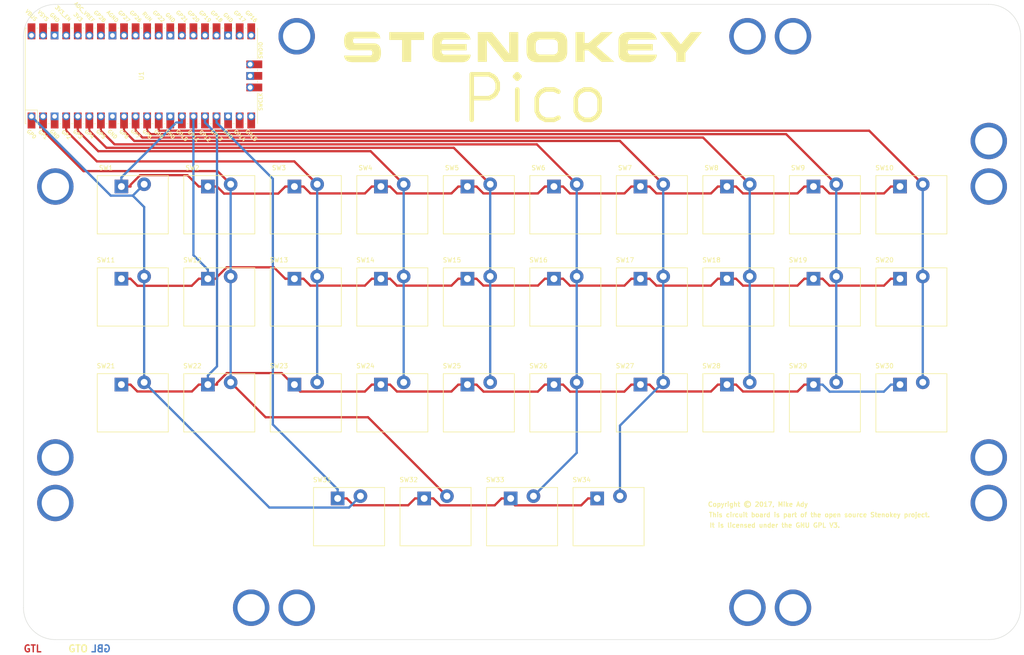
<source format=kicad_pcb>
(kicad_pcb (version 20171130) (host pcbnew 5.1.10-88a1d61d58~88~ubuntu20.04.1)
  (title_block (date 2017-09-18) (rev 1.0) (comment 1 "Copyright © 2017, Mike Ady") (comment 2 "The Stenokey circuit board is open source.  It is licensed under the GNU GPL V3.0.") (comment 3 "The Stenokey circuit board is based on the Stenoboard by Emanuele Caruso."))
  (layers (0 F.Cu signal) (31 B.Cu mixed) (35 F.Paste user) (37 F.SilkS user) (38 B.Mask user) (39 F.Mask user) (44 Edge.Cuts user))
  (net 0 "")
  (net 1 /COL0)
  (net 2 /COL1)
  (net 3 /COL2)
  (net 4 /COL3)
  (net 5 /COL4)
  (net 6 /COL5)
  (net 7 /COL6)
  (net 8 /COL7)
  (net 9 /COL8)
  (net 10 /COL9)
  (net 11 /ROW0)
  (net 12 /ROW1)
  (net 13 /ROW2)
  (net 14 /ROW3)
  (net 15 "Net-(Z2-Pad1)")
  (net 16 "Net-(Z3-Pad1)")
  (net 17 "Net-(Z4-Pad1)")
  (net 18 "Net-(Z5-Pad1)")
  (net 19 "Net-(Z6-Pad1)")
  (net 20 "Net-(Z7-Pad1)")
  (net 21 "Net-(Z8-Pad1)")
  (net 22 "Net-(Z9-Pad1)")
  (net 23 "Net-(Z10-Pad1)")
  (net 24 "Net-(Z11-Pad1)")
  (net 25 "Net-(Z12-Pad1)")
  (net 26 "Net-(Z13-Pad1)")
  (net 27 "Net-(Z14-Pad1)")
  (net 28 "Net-(Z15-Pad1)")
  (net 29 "Net-(U1-Pad3)")
  (net 30 "Net-(U1-Pad8)")
  (net 31 "Net-(U1-Pad13)")
  (net 32 "Net-(U1-Pad18)")
  (net 33 "Net-(U1-Pad19)")
  (net 34 "Net-(U1-Pad20)")
  (net 35 "Net-(U1-Pad21)")
  (net 36 "Net-(U1-Pad22)")
  (net 37 "Net-(U1-Pad23)")
  (net 38 "Net-(U1-Pad24)")
  (net 39 "Net-(U1-Pad25)")
  (net 40 "Net-(U1-Pad26)")
  (net 41 "Net-(U1-Pad27)")
  (net 42 "Net-(U1-Pad28)")
  (net 43 "Net-(U1-Pad29)")
  (net 44 "Net-(U1-Pad30)")
  (net 45 "Net-(U1-Pad31)")
  (net 46 "Net-(U1-Pad32)")
  (net 47 "Net-(U1-Pad33)")
  (net 48 "Net-(U1-Pad34)")
  (net 49 "Net-(U1-Pad35)")
  (net 50 "Net-(U1-Pad36)")
  (net 51 "Net-(U1-Pad37)")
  (net 52 "Net-(U1-Pad38)")
  (net 53 "Net-(U1-Pad39)")
  (net 54 "Net-(U1-Pad40)")
  (net 55 "Net-(U1-Pad41)")
  (net 56 "Net-(U1-Pad42)")
  (net 57 "Net-(U1-Pad43)")
  (module Stenokey:HOLE_600800 (layer F.Cu) (at 279 193)
    (fp_text reference Z9 hide)
    (fp_text value Hole hide)
    (pad 1 thru_hole circle (at 0 0) (size 8 8) (drill 6) (layers *.Cu *.Mask) (net 22 "Net-(Z9-Pad1)"))
  )
  (module Stenokey:SW_Matias_Quiet (layer F.Cu) (at 210 148)
    (fp_text reference SW25 (at -5.9 -8.1) (layer F.SilkS))
    (fp_text value KEY_R3C5)
    (pad 1 thru_hole rect (at -2.5 -4) (size 3 3) (drill 1.5) (layers *.Cu *.Mask) (net 13 /ROW2))
    (pad 2 thru_hole circle (at 2.5 -4.5) (size 3 3) (drill 1.5) (layers *.Cu *.Mask) (net 5 /COL4))
  )
  (module Stenokey:HOLE_600800 (layer F.Cu) (at 160 193)
    (fp_text reference Z12 hide)
    (fp_text value Hole hide)
    (pad 1 thru_hole circle (at 0 0) (size 8 8) (drill 6) (layers *.Cu *.Mask) (net 25 "Net-(Z12-Pad1)"))
  )
  (module Stenokey:SW_Matias_Quiet (layer F.Cu) (at 210 124.75)
    (fp_text reference SW15 (at -5.9 -8.1) (layer F.SilkS))
    (fp_text value KEY_R2C5)
    (pad 1 thru_hole rect (at -2.5 -4) (size 3 3) (drill 1.5) (layers *.Cu *.Mask) (net 12 /ROW1))
    (pad 2 thru_hole circle (at 2.5 -4.5) (size 3 3) (drill 1.5) (layers *.Cu *.Mask) (net 5 /COL4))
  )
  (module Stenokey:SW_Matias_Quiet (layer F.Cu) (at 134 104.5)
    (fp_text reference SW1 (at -5.9 -8.1) (layer F.SilkS))
    (fp_text value KEY_R1C1)
    (pad 1 thru_hole rect (at -2.5 -4) (size 3 3) (drill 1.5) (layers *.Cu *.Mask) (net 11 /ROW0))
    (pad 2 thru_hole circle (at 2.5 -4.5) (size 3 3) (drill 1.5) (layers *.Cu *.Mask) (net 1 /COL0))
  )
  (module MCU_RaspberryPi_and_Boards:RPi_Pico_SMD_TH (layer F.Cu) (at 135.89 76.2 90)
    (fp_text reference U1 (at 0 0 90) (layer F.SilkS))
    (fp_text value Pico)
    (fp_text user GP1 (at -12.9 -21.6 135) (layer F.SilkS) (effects (font (size 0.8 0.8))))
    (fp_text user GP2 (at -12.9 -16.51 135) (layer F.SilkS) (effects (font (size 0.8 0.8))))
    (fp_text user GP0 (at -12.8 -24.13 135) (layer F.SilkS) (effects (font (size 0.8 0.8))))
    (fp_text user GP3 (at -12.8 -13.97 135) (layer F.SilkS) (effects (font (size 0.8 0.8))))
    (fp_text user GP4 (at -12.8 -11.43 135) (layer F.SilkS) (effects (font (size 0.8 0.8))))
    (fp_text user GP5 (at -12.8 -8.89 135) (layer F.SilkS) (effects (font (size 0.8 0.8))))
    (fp_text user GP6 (at -12.8 -3.81 135) (layer F.SilkS) (effects (font (size 0.8 0.8))))
    (fp_text user GP7 (at -12.7 -1.3 135) (layer F.SilkS) (effects (font (size 0.8 0.8))))
    (fp_text user GP8 (at -12.8 1.27 135) (layer F.SilkS) (effects (font (size 0.8 0.8))))
    (fp_text user GP9 (at -12.8 3.81 135) (layer F.SilkS) (effects (font (size 0.8 0.8))))
    (fp_text user GP10 (at -13.054 8.89 135) (layer F.SilkS) (effects (font (size 0.8 0.8))))
    (fp_text user GP11 (at -13.2 11.43 135) (layer F.SilkS) (effects (font (size 0.8 0.8))))
    (fp_text user GP12 (at -13.2 13.97 135) (layer F.SilkS) (effects (font (size 0.8 0.8))))
    (fp_text user GP13 (at -13.054 16.51 135) (layer F.SilkS) (effects (font (size 0.8 0.8))))
    (fp_text user GP14 (at -13.1 21.59 135) (layer F.SilkS) (effects (font (size 0.8 0.8))))
    (fp_text user GP15 (at -13.054 24.13 135) (layer F.SilkS) (effects (font (size 0.8 0.8))))
    (fp_text user GP16 (at 13.054 24.13 135) (layer F.SilkS) (effects (font (size 0.8 0.8))))
    (fp_text user GP17 (at 13.054 21.59 135) (layer F.SilkS) (effects (font (size 0.8 0.8))))
    (fp_text user GP18 (at 13.054 16.51 135) (layer F.SilkS) (effects (font (size 0.8 0.8))))
    (fp_text user GP19 (at 13.054 13.97 135) (layer F.SilkS) (effects (font (size 0.8 0.8))))
    (fp_text user GP20 (at 13.054 11.43 135) (layer F.SilkS) (effects (font (size 0.8 0.8))))
    (fp_text user GP21 (at 13.054 8.9 135) (layer F.SilkS) (effects (font (size 0.8 0.8))))
    (fp_text user GP22 (at 13.054 3.81 135) (layer F.SilkS) (effects (font (size 0.8 0.8))))
    (fp_text user RUN (at 13 1.27 135) (layer F.SilkS) (effects (font (size 0.8 0.8))))
    (fp_text user GP26 (at 13.054 -1.27 135) (layer F.SilkS) (effects (font (size 0.8 0.8))))
    (fp_text user GP27 (at 13.054 -3.8 135) (layer F.SilkS) (effects (font (size 0.8 0.8))))
    (fp_text user GP28 (at 13.054 -9.144 135) (layer F.SilkS) (effects (font (size 0.8 0.8))))
    (fp_text user ADC_VREF (at 14 -12.5 135) (layer F.SilkS) (effects (font (size 0.8 0.8))))
    (fp_text user 3V3 (at 12.9 -13.9 135) (layer F.SilkS) (effects (font (size 0.8 0.8))))
    (fp_text user 3V3_EN (at 13.7 -17.2 135) (layer F.SilkS) (effects (font (size 0.8 0.8))))
    (fp_text user VSYS (at 13.2 -21.59 135) (layer F.SilkS) (effects (font (size 0.8 0.8))))
    (fp_text user VBUS (at 13.3 -24.2 135) (layer F.SilkS) (effects (font (size 0.8 0.8))))
    (fp_text user GND (at -12.8 -19.05 135) (layer F.SilkS) (effects (font (size 0.8 0.8))))
    (fp_text user GND (at -12.8 -6.35 135) (layer F.SilkS) (effects (font (size 0.8 0.8))))
    (fp_text user GND (at -12.8 6.35 135) (layer F.SilkS) (effects (font (size 0.8 0.8))))
    (fp_text user GND (at -12.8 19.05 135) (layer F.SilkS) (effects (font (size 0.8 0.8))))
    (fp_text user GND (at 12.8 19.05 135) (layer F.SilkS) (effects (font (size 0.8 0.8))))
    (fp_text user GND (at 12.8 6.35 135) (layer F.SilkS) (effects (font (size 0.8 0.8))))
    (fp_text user GND (at 12.8 -19.05 135) (layer F.SilkS) (effects (font (size 0.8 0.8))))
    (fp_text user AGND (at 13.054 -6.35 135) (layer F.SilkS) (effects (font (size 0.8 0.8))))
    (fp_text user SWCLK (at -5.7 26.2 90) (layer F.SilkS) (effects (font (size 0.8 0.8))))
    (fp_text user SWDIO (at 5.6 26.2 90) (layer F.SilkS) (effects (font (size 0.8 0.8))))
    (pad 1 thru_hole oval (at -8.89 -24.13 90) (size 1.7 1.7) (drill 1.02) (layers *.Cu *.Mask) (net 1 /COL0))
    (pad 2 thru_hole oval (at -8.89 -21.59 90) (size 1.7 1.7) (drill 1.02) (layers *.Cu *.Mask) (net 2 /COL1))
    (pad 3 thru_hole rect (at -8.89 -19.05 90) (size 1.7 1.7) (drill 1.02) (layers *.Cu *.Mask) (net 29 "Net-(U1-Pad3)"))
    (pad 4 thru_hole oval (at -8.89 -16.51 90) (size 1.7 1.7) (drill 1.02) (layers *.Cu *.Mask) (net 3 /COL2))
    (pad 5 thru_hole oval (at -8.89 -13.97 90) (size 1.7 1.7) (drill 1.02) (layers *.Cu *.Mask) (net 4 /COL3))
    (pad 6 thru_hole oval (at -8.89 -11.43 90) (size 1.7 1.7) (drill 1.02) (layers *.Cu *.Mask) (net 5 /COL4))
    (pad 7 thru_hole oval (at -8.89 -8.89 90) (size 1.7 1.7) (drill 1.02) (layers *.Cu *.Mask) (net 6 /COL5))
    (pad 8 thru_hole rect (at -8.89 -6.35 90) (size 1.7 1.7) (drill 1.02) (layers *.Cu *.Mask) (net 30 "Net-(U1-Pad8)"))
    (pad 9 thru_hole oval (at -8.89 -3.81 90) (size 1.7 1.7) (drill 1.02) (layers *.Cu *.Mask) (net 7 /COL6))
    (pad 10 thru_hole oval (at -8.89 -1.27 90) (size 1.7 1.7) (drill 1.02) (layers *.Cu *.Mask) (net 8 /COL7))
    (pad 11 thru_hole oval (at -8.89 1.27 90) (size 1.7 1.7) (drill 1.02) (layers *.Cu *.Mask) (net 9 /COL8))
    (pad 12 thru_hole oval (at -8.89 3.81 90) (size 1.7 1.7) (drill 1.02) (layers *.Cu *.Mask) (net 10 /COL9))
    (pad 13 thru_hole rect (at -8.89 6.35 90) (size 1.7 1.7) (drill 1.02) (layers *.Cu *.Mask) (net 31 "Net-(U1-Pad13)"))
    (pad 14 thru_hole oval (at -8.89 8.89 90) (size 1.7 1.7) (drill 1.02) (layers *.Cu *.Mask) (net 11 /ROW0))
    (pad 15 thru_hole oval (at -8.89 11.43 90) (size 1.7 1.7) (drill 1.02) (layers *.Cu *.Mask) (net 12 /ROW1))
    (pad 16 thru_hole oval (at -8.89 13.97 90) (size 1.7 1.7) (drill 1.02) (layers *.Cu *.Mask) (net 13 /ROW2))
    (pad 17 thru_hole oval (at -8.89 16.51 90) (size 1.7 1.7) (drill 1.02) (layers *.Cu *.Mask) (net 14 /ROW3))
    (pad 18 thru_hole rect (at -8.89 19.05 90) (size 1.7 1.7) (drill 1.02) (layers *.Cu *.Mask) (net 32 "Net-(U1-Pad18)"))
    (pad 19 thru_hole oval (at -8.89 21.59 90) (size 1.7 1.7) (drill 1.02) (layers *.Cu *.Mask) (net 33 "Net-(U1-Pad19)"))
    (pad 20 thru_hole oval (at -8.89 24.13 90) (size 1.7 1.7) (drill 1.02) (layers *.Cu *.Mask) (net 34 "Net-(U1-Pad20)"))
    (pad 21 thru_hole oval (at 8.89 24.13 90) (size 1.7 1.7) (drill 1.02) (layers *.Cu *.Mask) (net 35 "Net-(U1-Pad21)"))
    (pad 22 thru_hole oval (at 8.89 21.59 90) (size 1.7 1.7) (drill 1.02) (layers *.Cu *.Mask) (net 36 "Net-(U1-Pad22)"))
    (pad 23 thru_hole rect (at 8.89 19.05 90) (size 1.7 1.7) (drill 1.02) (layers *.Cu *.Mask) (net 37 "Net-(U1-Pad23)"))
    (pad 24 thru_hole oval (at 8.89 16.51 90) (size 1.7 1.7) (drill 1.02) (layers *.Cu *.Mask) (net 38 "Net-(U1-Pad24)"))
    (pad 25 thru_hole oval (at 8.89 13.97 90) (size 1.7 1.7) (drill 1.02) (layers *.Cu *.Mask) (net 39 "Net-(U1-Pad25)"))
    (pad 26 thru_hole oval (at 8.89 11.43 90) (size 1.7 1.7) (drill 1.02) (layers *.Cu *.Mask) (net 40 "Net-(U1-Pad26)"))
    (pad 27 thru_hole oval (at 8.89 8.89 90) (size 1.7 1.7) (drill 1.02) (layers *.Cu *.Mask) (net 41 "Net-(U1-Pad27)"))
    (pad 28 thru_hole rect (at 8.89 6.35 90) (size 1.7 1.7) (drill 1.02) (layers *.Cu *.Mask) (net 42 "Net-(U1-Pad28)"))
    (pad 29 thru_hole oval (at 8.89 3.81 90) (size 1.7 1.7) (drill 1.02) (layers *.Cu *.Mask) (net 43 "Net-(U1-Pad29)"))
    (pad 30 thru_hole oval (at 8.89 1.27 90) (size 1.7 1.7) (drill 1.02) (layers *.Cu *.Mask) (net 44 "Net-(U1-Pad30)"))
    (pad 31 thru_hole oval (at 8.89 -1.27 90) (size 1.7 1.7) (drill 1.02) (layers *.Cu *.Mask) (net 45 "Net-(U1-Pad31)"))
    (pad 32 thru_hole oval (at 8.89 -3.81 90) (size 1.7 1.7) (drill 1.02) (layers *.Cu *.Mask) (net 46 "Net-(U1-Pad32)"))
    (pad 33 thru_hole rect (at 8.89 -6.35 90) (size 1.7 1.7) (drill 1.02) (layers *.Cu *.Mask) (net 47 "Net-(U1-Pad33)"))
    (pad 34 thru_hole oval (at 8.89 -8.89 90) (size 1.7 1.7) (drill 1.02) (layers *.Cu *.Mask) (net 48 "Net-(U1-Pad34)"))
    (pad 35 thru_hole oval (at 8.89 -11.43 90) (size 1.7 1.7) (drill 1.02) (layers *.Cu *.Mask) (net 49 "Net-(U1-Pad35)"))
    (pad 36 thru_hole oval (at 8.89 -13.97 90) (size 1.7 1.7) (drill 1.02) (layers *.Cu *.Mask) (net 50 "Net-(U1-Pad36)"))
    (pad 37 thru_hole oval (at 8.89 -16.51 90) (size 1.7 1.7) (drill 1.02) (layers *.Cu *.Mask) (net 51 "Net-(U1-Pad37)"))
    (pad 38 thru_hole rect (at 8.89 -19.05 90) (size 1.7 1.7) (drill 1.02) (layers *.Cu *.Mask) (net 52 "Net-(U1-Pad38)"))
    (pad 39 thru_hole oval (at 8.89 -21.59 90) (size 1.7 1.7) (drill 1.02) (layers *.Cu *.Mask) (net 53 "Net-(U1-Pad39)"))
    (pad 40 thru_hole oval (at 8.89 -24.13 90) (size 1.7 1.7) (drill 1.02) (layers *.Cu *.Mask) (net 54 "Net-(U1-Pad40)"))
    (pad 1 smd rect (at -8.89 -24.13 90) (size 3.5 1.7) (drill (offset -0.9 0)) (layers F.Cu F.Mask) (net 1 /COL0))
    (pad 2 smd rect (at -8.89 -21.59 90) (size 3.5 1.7) (drill (offset -0.9 0)) (layers F.Cu F.Mask) (net 2 /COL1))
    (pad 3 smd rect (at -8.89 -19.05 90) (size 3.5 1.7) (drill (offset -0.9 0)) (layers F.Cu F.Mask) (net 29 "Net-(U1-Pad3)"))
    (pad 4 smd rect (at -8.89 -16.51 90) (size 3.5 1.7) (drill (offset -0.9 0)) (layers F.Cu F.Mask) (net 3 /COL2))
    (pad 5 smd rect (at -8.89 -13.97 90) (size 3.5 1.7) (drill (offset -0.9 0)) (layers F.Cu F.Mask) (net 4 /COL3))
    (pad 6 smd rect (at -8.89 -11.43 90) (size 3.5 1.7) (drill (offset -0.9 0)) (layers F.Cu F.Mask) (net 5 /COL4))
    (pad 7 smd rect (at -8.89 -8.89 90) (size 3.5 1.7) (drill (offset -0.9 0)) (layers F.Cu F.Mask) (net 6 /COL5))
    (pad 8 smd rect (at -8.89 -6.35 90) (size 3.5 1.7) (drill (offset -0.9 0)) (layers F.Cu F.Mask) (net 30 "Net-(U1-Pad8)"))
    (pad 9 smd rect (at -8.89 -3.81 90) (size 3.5 1.7) (drill (offset -0.9 0)) (layers F.Cu F.Mask) (net 7 /COL6))
    (pad 10 smd rect (at -8.89 -1.27 90) (size 3.5 1.7) (drill (offset -0.9 0)) (layers F.Cu F.Mask) (net 8 /COL7))
    (pad 11 smd rect (at -8.89 1.27 90) (size 3.5 1.7) (drill (offset -0.9 0)) (layers F.Cu F.Mask) (net 9 /COL8))
    (pad 12 smd rect (at -8.89 3.81 90) (size 3.5 1.7) (drill (offset -0.9 0)) (layers F.Cu F.Mask) (net 10 /COL9))
    (pad 13 smd rect (at -8.89 6.35 90) (size 3.5 1.7) (drill (offset -0.9 0)) (layers F.Cu F.Mask) (net 31 "Net-(U1-Pad13)"))
    (pad 14 smd rect (at -8.89 8.89 90) (size 3.5 1.7) (drill (offset -0.9 0)) (layers F.Cu F.Mask) (net 11 /ROW0))
    (pad 15 smd rect (at -8.89 11.43 90) (size 3.5 1.7) (drill (offset -0.9 0)) (layers F.Cu F.Mask) (net 12 /ROW1))
    (pad 16 smd rect (at -8.89 13.97 90) (size 3.5 1.7) (drill (offset -0.9 0)) (layers F.Cu F.Mask) (net 13 /ROW2))
    (pad 17 smd rect (at -8.89 16.51 90) (size 3.5 1.7) (drill (offset -0.9 0)) (layers F.Cu F.Mask) (net 14 /ROW3))
    (pad 18 smd rect (at -8.89 19.05 90) (size 3.5 1.7) (drill (offset -0.9 0)) (layers F.Cu F.Mask) (net 32 "Net-(U1-Pad18)"))
    (pad 19 smd rect (at -8.89 21.59 90) (size 3.5 1.7) (drill (offset -0.9 0)) (layers F.Cu F.Mask) (net 33 "Net-(U1-Pad19)"))
    (pad 20 smd rect (at -8.89 24.13 90) (size 3.5 1.7) (drill (offset -0.9 0)) (layers F.Cu F.Mask) (net 34 "Net-(U1-Pad20)"))
    (pad 40 smd rect (at 8.89 -24.13 90) (size 3.5 1.7) (drill (offset 0.9 0)) (layers F.Cu F.Mask) (net 54 "Net-(U1-Pad40)"))
    (pad 39 smd rect (at 8.89 -21.59 90) (size 3.5 1.7) (drill (offset 0.9 0)) (layers F.Cu F.Mask) (net 53 "Net-(U1-Pad39)"))
    (pad 38 smd rect (at 8.89 -19.05 90) (size 3.5 1.7) (drill (offset 0.9 0)) (layers F.Cu F.Mask) (net 52 "Net-(U1-Pad38)"))
    (pad 37 smd rect (at 8.89 -16.51 90) (size 3.5 1.7) (drill (offset 0.9 0)) (layers F.Cu F.Mask) (net 51 "Net-(U1-Pad37)"))
    (pad 36 smd rect (at 8.89 -13.97 90) (size 3.5 1.7) (drill (offset 0.9 0)) (layers F.Cu F.Mask) (net 50 "Net-(U1-Pad36)"))
    (pad 35 smd rect (at 8.89 -11.43 90) (size 3.5 1.7) (drill (offset 0.9 0)) (layers F.Cu F.Mask) (net 49 "Net-(U1-Pad35)"))
    (pad 34 smd rect (at 8.89 -8.89 90) (size 3.5 1.7) (drill (offset 0.9 0)) (layers F.Cu F.Mask) (net 48 "Net-(U1-Pad34)"))
    (pad 33 smd rect (at 8.89 -6.35 90) (size 3.5 1.7) (drill (offset 0.9 0)) (layers F.Cu F.Mask) (net 47 "Net-(U1-Pad33)"))
    (pad 32 smd rect (at 8.89 -3.81 90) (size 3.5 1.7) (drill (offset 0.9 0)) (layers F.Cu F.Mask) (net 46 "Net-(U1-Pad32)"))
    (pad 31 smd rect (at 8.89 -1.27 90) (size 3.5 1.7) (drill (offset 0.9 0)) (layers F.Cu F.Mask) (net 45 "Net-(U1-Pad31)"))
    (pad 30 smd rect (at 8.89 1.27 90) (size 3.5 1.7) (drill (offset 0.9 0)) (layers F.Cu F.Mask) (net 44 "Net-(U1-Pad30)"))
    (pad 29 smd rect (at 8.89 3.81 90) (size 3.5 1.7) (drill (offset 0.9 0)) (layers F.Cu F.Mask) (net 43 "Net-(U1-Pad29)"))
    (pad 28 smd rect (at 8.89 6.35 90) (size 3.5 1.7) (drill (offset 0.9 0)) (layers F.Cu F.Mask) (net 42 "Net-(U1-Pad28)"))
    (pad 27 smd rect (at 8.89 8.89 90) (size 3.5 1.7) (drill (offset 0.9 0)) (layers F.Cu F.Mask) (net 41 "Net-(U1-Pad27)"))
    (pad 26 smd rect (at 8.89 11.43 90) (size 3.5 1.7) (drill (offset 0.9 0)) (layers F.Cu F.Mask) (net 40 "Net-(U1-Pad26)"))
    (pad 25 smd rect (at 8.89 13.97 90) (size 3.5 1.7) (drill (offset 0.9 0)) (layers F.Cu F.Mask) (net 39 "Net-(U1-Pad25)"))
    (pad 24 smd rect (at 8.89 16.51 90) (size 3.5 1.7) (drill (offset 0.9 0)) (layers F.Cu F.Mask) (net 38 "Net-(U1-Pad24)"))
    (pad 23 smd rect (at 8.89 19.05 90) (size 3.5 1.7) (drill (offset 0.9 0)) (layers F.Cu F.Mask) (net 37 "Net-(U1-Pad23)"))
    (pad 22 smd rect (at 8.89 21.59 90) (size 3.5 1.7) (drill (offset 0.9 0)) (layers F.Cu F.Mask) (net 36 "Net-(U1-Pad22)"))
    (pad 21 smd rect (at 8.89 24.13 90) (size 3.5 1.7) (drill (offset 0.9 0)) (layers F.Cu F.Mask) (net 35 "Net-(U1-Pad21)"))
    (pad "" np_thru_hole oval (at -2.725 -24 90) (size 1.8 1.8) (drill 1.8) (layers *.Cu *.Mask))
    (pad "" np_thru_hole oval (at 2.725 -24 90) (size 1.8 1.8) (drill 1.8) (layers *.Cu *.Mask))
    (pad "" np_thru_hole oval (at -2.425 -20.97 90) (size 1.5 1.5) (drill 1.5) (layers *.Cu *.Mask))
    (pad "" np_thru_hole oval (at 2.425 -20.97 90) (size 1.5 1.5) (drill 1.5) (layers *.Cu *.Mask))
    (pad 41 smd rect (at -2.54 23.9 180) (size 3.5 1.7) (drill (offset -0.9 0)) (layers F.Cu F.Mask) (net 55 "Net-(U1-Pad41)"))
    (pad 41 thru_hole oval (at -2.54 23.9 90) (size 1.7 1.7) (drill 1.02) (layers *.Cu *.Mask) (net 55 "Net-(U1-Pad41)"))
    (pad 42 smd rect (at 0 23.9 180) (size 3.5 1.7) (drill (offset -0.9 0)) (layers F.Cu F.Mask) (net 56 "Net-(U1-Pad42)"))
    (pad 42 thru_hole rect (at 0 23.9 90) (size 1.7 1.7) (drill 1.02) (layers *.Cu *.Mask) (net 56 "Net-(U1-Pad42)"))
    (pad 43 smd rect (at 2.54 23.9 180) (size 3.5 1.7) (drill (offset -0.9 0)) (layers F.Cu F.Mask) (net 57 "Net-(U1-Pad43)"))
    (pad 43 thru_hole oval (at 2.54 23.9 90) (size 1.7 1.7) (drill 1.02) (layers *.Cu *.Mask) (net 57 "Net-(U1-Pad43)"))
  )
  (module Stenokey:HOLE_600800 (layer F.Cu) (at 117 160)
    (fp_text reference Z14 hide)
    (fp_text value Hole hide)
    (pad 1 thru_hole circle (at 0 0) (size 8 8) (drill 6) (layers *.Cu *.Mask) (net 27 "Net-(Z14-Pad1)"))
  )
  (module Stenokey:HOLE_600800 (layer F.Cu) (at 170 193)
    (fp_text reference Z11 hide)
    (fp_text value Hole hide)
    (pad 1 thru_hole circle (at 0 0) (size 8 8) (drill 6) (layers *.Cu *.Mask) (net 24 "Net-(Z11-Pad1)"))
  )
  (module Stenokey:HOLE_600800 (layer F.Cu) (at 269 193)
    (fp_text reference Z10 hide)
    (fp_text value Hole hide)
    (pad 1 thru_hole circle (at 0 0) (size 8 8) (drill 6) (layers *.Cu *.Mask) (net 23 "Net-(Z10-Pad1)"))
  )
  (module Stenokey:SW_Matias_Quiet (layer F.Cu) (at 229 148)
    (fp_text reference SW26 (at -5.9 -8.1) (layer F.SilkS))
    (fp_text value KEY_R3C6)
    (pad 1 thru_hole rect (at -2.5 -4) (size 3 3) (drill 1.5) (layers *.Cu *.Mask) (net 13 /ROW2))
    (pad 2 thru_hole circle (at 2.5 -4.5) (size 3 3) (drill 1.5) (layers *.Cu *.Mask) (net 6 /COL5))
  )
  (module Stenokey:SW_Matias_Quiet (layer F.Cu) (at 229 124.75)
    (fp_text reference SW16 (at -5.9 -8.1) (layer F.SilkS))
    (fp_text value KEY_R2C6)
    (pad 1 thru_hole rect (at -2.5 -4) (size 3 3) (drill 1.5) (layers *.Cu *.Mask) (net 12 /ROW1))
    (pad 2 thru_hole circle (at 2.5 -4.5) (size 3 3) (drill 1.5) (layers *.Cu *.Mask) (net 6 /COL5))
  )
  (module Stenokey:HOLE_600800 (layer F.Cu) (at 170 67.5)
    (fp_text reference Z2 hide)
    (fp_text value Hole hide)
    (pad 1 thru_hole circle (at 0 0) (size 8 8) (drill 6) (layers *.Cu *.Mask) (net 15 "Net-(Z2-Pad1)"))
  )
  (module Stenokey:SW_Matias_Quiet (layer F.Cu) (at 153 124.75)
    (fp_text reference SW12 (at -5.9 -8.1) (layer F.SilkS))
    (fp_text value KEY_R2C2)
    (pad 1 thru_hole rect (at -2.5 -4) (size 3 3) (drill 1.5) (layers *.Cu *.Mask) (net 12 /ROW1))
    (pad 2 thru_hole circle (at 2.5 -4.5) (size 3 3) (drill 1.5) (layers *.Cu *.Mask) (net 2 /COL1))
  )
  (module Stenokey:SW_Matias_Quiet (layer F.Cu) (at 267 148)
    (fp_text reference SW28 (at -5.9 -8.1) (layer F.SilkS))
    (fp_text value KEY_R3C8)
    (pad 1 thru_hole rect (at -2.5 -4) (size 3 3) (drill 1.5) (layers *.Cu *.Mask) (net 13 /ROW2))
    (pad 2 thru_hole circle (at 2.5 -4.5) (size 3 3) (drill 1.5) (layers *.Cu *.Mask) (net 8 /COL7))
  )
  (module Stenokey:SW_Matias_Quiet (layer F.Cu) (at 248 148)
    (fp_text reference SW27 (at -5.9 -8.1) (layer F.SilkS))
    (fp_text value KEY_R3C7)
    (pad 1 thru_hole rect (at -2.5 -4) (size 3 3) (drill 1.5) (layers *.Cu *.Mask) (net 13 /ROW2))
    (pad 2 thru_hole circle (at 2.5 -4.5) (size 3 3) (drill 1.5) (layers *.Cu *.Mask) (net 7 /COL6))
  )
  (module Stenokey:SW_Matias_Quiet (layer F.Cu) (at 229 104.5)
    (fp_text reference SW6 (at -5.9 -8.1) (layer F.SilkS))
    (fp_text value KEY_R1C6)
    (pad 1 thru_hole rect (at -2.5 -4) (size 3 3) (drill 1.5) (layers *.Cu *.Mask) (net 11 /ROW0))
    (pad 2 thru_hole circle (at 2.5 -4.5) (size 3 3) (drill 1.5) (layers *.Cu *.Mask) (net 6 /COL5))
  )
  (module Stenokey:SW_Matias_Quiet (layer F.Cu) (at 286 104.5)
    (fp_text reference SW9 (at -5.9 -8.1) (layer F.SilkS))
    (fp_text value KEY_R1C9)
    (pad 1 thru_hole rect (at -2.5 -4) (size 3 3) (drill 1.5) (layers *.Cu *.Mask) (net 11 /ROW0))
    (pad 2 thru_hole circle (at 2.5 -4.5) (size 3 3) (drill 1.5) (layers *.Cu *.Mask) (net 9 /COL8))
  )
  (module Stenokey:SW_Matias_Quiet (layer F.Cu) (at 210 104.5)
    (fp_text reference SW5 (at -5.9 -8.1) (layer F.SilkS))
    (fp_text value KEY_R1C5)
    (pad 1 thru_hole rect (at -2.5 -4) (size 3 3) (drill 1.5) (layers *.Cu *.Mask) (net 11 /ROW0))
    (pad 2 thru_hole circle (at 2.5 -4.5) (size 3 3) (drill 1.5) (layers *.Cu *.Mask) (net 5 /COL4))
  )
  (module Stenokey:SW_Matias_Quiet (layer F.Cu) (at 172 148)
    (fp_text reference SW23 (at -5.9 -8.1) (layer F.SilkS))
    (fp_text value KEY_R3C3)
    (pad 1 thru_hole rect (at -2.5 -4) (size 3 3) (drill 1.5) (layers *.Cu *.Mask) (net 13 /ROW2))
    (pad 2 thru_hole circle (at 2.5 -4.5) (size 3 3) (drill 1.5) (layers *.Cu *.Mask) (net 3 /COL2))
  )
  (module Stenokey:SW_Matias_Quiet (layer F.Cu) (at 286 124.75)
    (fp_text reference SW19 (at -5.9 -8.1) (layer F.SilkS))
    (fp_text value KEY_R2C9)
    (pad 1 thru_hole rect (at -2.5 -4) (size 3 3) (drill 1.5) (layers *.Cu *.Mask) (net 12 /ROW1))
    (pad 2 thru_hole circle (at 2.5 -4.5) (size 3 3) (drill 1.5) (layers *.Cu *.Mask) (net 9 /COL8))
  )
  (module Stenokey:SW_Matias_Quiet (layer F.Cu) (at 181.5 173)
    (fp_text reference SW31 (at -5.9 -8.1) (layer F.SilkS))
    (fp_text value KEY_R4C1)
    (pad 1 thru_hole rect (at -2.5 -4) (size 3 3) (drill 1.5) (layers *.Cu *.Mask) (net 14 /ROW3))
    (pad 2 thru_hole circle (at 2.5 -4.5) (size 3 3) (drill 1.5) (layers *.Cu *.Mask) (net 1 /COL0))
  )
  (module Stenokey:HOLE_600800 (layer F.Cu) (at 269 67.5)
    (fp_text reference Z3 hide)
    (fp_text value Hole hide)
    (pad 1 thru_hole circle (at 0 0) (size 8 8) (drill 6) (layers *.Cu *.Mask) (net 16 "Net-(Z3-Pad1)"))
  )
  (module Stenokey:SW_Matias_Quiet (layer F.Cu) (at 305 148)
    (fp_text reference SW30 (at -5.9 -8.1) (layer F.SilkS))
    (fp_text value KEY_R3C10)
    (pad 1 thru_hole rect (at -2.5 -4) (size 3 3) (drill 1.5) (layers *.Cu *.Mask) (net 13 /ROW2))
    (pad 2 thru_hole circle (at 2.5 -4.5) (size 3 3) (drill 1.5) (layers *.Cu *.Mask) (net 10 /COL9))
  )
  (module Stenokey:SW_Matias_Quiet (layer F.Cu) (at 267 124.75)
    (fp_text reference SW18 (at -5.9 -8.1) (layer F.SilkS))
    (fp_text value KEY_R2C8)
    (pad 1 thru_hole rect (at -2.5 -4) (size 3 3) (drill 1.5) (layers *.Cu *.Mask) (net 12 /ROW1))
    (pad 2 thru_hole circle (at 2.5 -4.5) (size 3 3) (drill 1.5) (layers *.Cu *.Mask) (net 8 /COL7))
  )
  (module Stenokey:SW_Matias_Quiet (layer F.Cu) (at 191 124.75)
    (fp_text reference SW14 (at -5.9 -8.1) (layer F.SilkS))
    (fp_text value KEY_R2C4)
    (pad 1 thru_hole rect (at -2.5 -4) (size 3 3) (drill 1.5) (layers *.Cu *.Mask) (net 12 /ROW1))
    (pad 2 thru_hole circle (at 2.5 -4.5) (size 3 3) (drill 1.5) (layers *.Cu *.Mask) (net 4 /COL3))
  )
  (module Stenokey:HOLE_600800 (layer F.Cu) (at 117 170)
    (fp_text reference Z13 hide)
    (fp_text value Hole hide)
    (pad 1 thru_hole circle (at 0 0) (size 8 8) (drill 6) (layers *.Cu *.Mask) (net 26 "Net-(Z13-Pad1)"))
  )
  (module Stenokey:SW_Matias_Quiet (layer F.Cu) (at 238.5 173)
    (fp_text reference SW34 (at -5.9 -8.1) (layer F.SilkS))
    (fp_text value KEY_R4C7)
    (pad 1 thru_hole rect (at -2.5 -4) (size 3 3) (drill 1.5) (layers *.Cu *.Mask) (net 14 /ROW3))
    (pad 2 thru_hole circle (at 2.5 -4.5) (size 3 3) (drill 1.5) (layers *.Cu *.Mask) (net 7 /COL6))
  )
  (module Stenokey:HOLE_600800 (layer F.Cu) (at 322 160)
    (fp_text reference Z7 hide)
    (fp_text value Hole hide)
    (pad 1 thru_hole circle (at 0 0) (size 8 8) (drill 6) (layers *.Cu *.Mask) (net 20 "Net-(Z7-Pad1)"))
  )
  (module Stenokey:HOLE_600800 (layer F.Cu) (at 322 90.5)
    (fp_text reference Z5 hide)
    (fp_text value Hole hide)
    (pad 1 thru_hole circle (at 0 0) (size 8 8) (drill 6) (layers *.Cu *.Mask) (net 18 "Net-(Z5-Pad1)"))
  )
  (module Stenokey:HOLE_600800 (layer F.Cu) (at 322 100.5)
    (fp_text reference Z6 hide)
    (fp_text value Hole hide)
    (pad 1 thru_hole circle (at 0 0) (size 8 8) (drill 6) (layers *.Cu *.Mask) (net 19 "Net-(Z6-Pad1)"))
  )
  (module Stenokey:SW_Matias_Quiet (layer F.Cu) (at 134 124.75)
    (fp_text reference SW11 (at -5.9 -8.1) (layer F.SilkS))
    (fp_text value KEY_R2C1)
    (pad 1 thru_hole rect (at -2.5 -4) (size 3 3) (drill 1.5) (layers *.Cu *.Mask) (net 12 /ROW1))
    (pad 2 thru_hole circle (at 2.5 -4.5) (size 3 3) (drill 1.5) (layers *.Cu *.Mask) (net 1 /COL0))
  )
  (module Stenokey:SW_Matias_Quiet (layer F.Cu) (at 305 124.75)
    (fp_text reference SW20 (at -5.9 -8.1) (layer F.SilkS))
    (fp_text value KEY_R2C10)
    (pad 1 thru_hole rect (at -2.5 -4) (size 3 3) (drill 1.5) (layers *.Cu *.Mask) (net 12 /ROW1))
    (pad 2 thru_hole circle (at 2.5 -4.5) (size 3 3) (drill 1.5) (layers *.Cu *.Mask) (net 10 /COL9))
  )
  (module Stenokey:SW_Matias_Quiet (layer F.Cu) (at 267 104.5)
    (fp_text reference SW8 (at -5.9 -8.1) (layer F.SilkS))
    (fp_text value KEY_R1C8)
    (pad 1 thru_hole rect (at -2.5 -4) (size 3 3) (drill 1.5) (layers *.Cu *.Mask) (net 11 /ROW0))
    (pad 2 thru_hole circle (at 2.5 -4.5) (size 3 3) (drill 1.5) (layers *.Cu *.Mask) (net 8 /COL7))
  )
  (module Stenokey:SW_Matias_Quiet (layer F.Cu) (at 305 104.5)
    (fp_text reference SW10 (at -5.9 -8.1) (layer F.SilkS))
    (fp_text value KEY_R1C10)
    (pad 1 thru_hole rect (at -2.5 -4) (size 3 3) (drill 1.5) (layers *.Cu *.Mask) (net 11 /ROW0))
    (pad 2 thru_hole circle (at 2.5 -4.5) (size 3 3) (drill 1.5) (layers *.Cu *.Mask) (net 10 /COL9))
  )
  (module Stenokey:HOLE_600800 (layer F.Cu) (at 279 67.5)
    (fp_text reference Z4 hide)
    (fp_text value Hole hide)
    (pad 1 thru_hole circle (at 0 0) (size 8 8) (drill 6) (layers *.Cu *.Mask) (net 17 "Net-(Z4-Pad1)"))
  )
  (module Stenokey:SW_Matias_Quiet (layer F.Cu) (at 219.5 173)
    (fp_text reference SW33 (at -5.9 -8.1) (layer F.SilkS))
    (fp_text value KEY_R4C6)
    (pad 1 thru_hole rect (at -2.5 -4) (size 3 3) (drill 1.5) (layers *.Cu *.Mask) (net 14 /ROW3))
    (pad 2 thru_hole circle (at 2.5 -4.5) (size 3 3) (drill 1.5) (layers *.Cu *.Mask) (net 6 /COL5))
  )
  (module Stenokey:SW_Matias_Quiet (layer F.Cu) (at 172 124.75)
    (fp_text reference SW13 (at -5.9 -8.1) (layer F.SilkS))
    (fp_text value KEY_R2C3)
    (pad 1 thru_hole rect (at -2.5 -4) (size 3 3) (drill 1.5) (layers *.Cu *.Mask) (net 12 /ROW1))
    (pad 2 thru_hole circle (at 2.5 -4.5) (size 3 3) (drill 1.5) (layers *.Cu *.Mask) (net 3 /COL2))
  )
  (module Stenokey:SW_Matias_Quiet (layer F.Cu) (at 248 104.5)
    (fp_text reference SW7 (at -5.9 -8.1) (layer F.SilkS))
    (fp_text value KEY_R1C7)
    (pad 1 thru_hole rect (at -2.5 -4) (size 3 3) (drill 1.5) (layers *.Cu *.Mask) (net 11 /ROW0))
    (pad 2 thru_hole circle (at 2.5 -4.5) (size 3 3) (drill 1.5) (layers *.Cu *.Mask) (net 7 /COL6))
  )
  (module Stenokey:SW_Matias_Quiet (layer F.Cu) (at 286 148)
    (fp_text reference SW29 (at -5.9 -8.1) (layer F.SilkS))
    (fp_text value KEY_R3C9)
    (pad 1 thru_hole rect (at -2.5 -4) (size 3 3) (drill 1.5) (layers *.Cu *.Mask) (net 13 /ROW2))
    (pad 2 thru_hole circle (at 2.5 -4.5) (size 3 3) (drill 1.5) (layers *.Cu *.Mask) (net 9 /COL8))
  )
  (module Stenokey:SW_Matias_Quiet (layer F.Cu) (at 134 148)
    (fp_text reference SW21 (at -5.9 -8.1) (layer F.SilkS))
    (fp_text value KEY_R3C1)
    (pad 1 thru_hole rect (at -2.5 -4) (size 3 3) (drill 1.5) (layers *.Cu *.Mask) (net 13 /ROW2))
    (pad 2 thru_hole circle (at 2.5 -4.5) (size 3 3) (drill 1.5) (layers *.Cu *.Mask) (net 1 /COL0))
  )
  (module Stenokey:SW_Matias_Quiet (layer F.Cu) (at 200.5 173)
    (fp_text reference SW32 (at -5.9 -8.1) (layer F.SilkS))
    (fp_text value KEY_R4C2)
    (pad 1 thru_hole rect (at -2.5 -4) (size 3 3) (drill 1.5) (layers *.Cu *.Mask) (net 14 /ROW3))
    (pad 2 thru_hole circle (at 2.5 -4.5) (size 3 3) (drill 1.5) (layers *.Cu *.Mask) (net 2 /COL1))
  )
  (module Stenokey:SW_Matias_Quiet (layer F.Cu) (at 248 124.75)
    (fp_text reference SW17 (at -5.9 -8.1) (layer F.SilkS))
    (fp_text value KEY_R2C7)
    (pad 1 thru_hole rect (at -2.5 -4) (size 3 3) (drill 1.5) (layers *.Cu *.Mask) (net 12 /ROW1))
    (pad 2 thru_hole circle (at 2.5 -4.5) (size 3 3) (drill 1.5) (layers *.Cu *.Mask) (net 7 /COL6))
  )
  (module Stenokey:SW_Matias_Quiet (layer F.Cu) (at 153 104.5)
    (fp_text reference SW2 (at -5.9 -8.1) (layer F.SilkS))
    (fp_text value KEY_R1C2)
    (pad 1 thru_hole rect (at -2.5 -4) (size 3 3) (drill 1.5) (layers *.Cu *.Mask) (net 11 /ROW0))
    (pad 2 thru_hole circle (at 2.5 -4.5) (size 3 3) (drill 1.5) (layers *.Cu *.Mask) (net 2 /COL1))
  )
  (module Stenokey:SW_Matias_Quiet (layer F.Cu) (at 172 104.5)
    (fp_text reference SW3 (at -5.9 -8.1) (layer F.SilkS))
    (fp_text value KEY_R1C3)
    (pad 1 thru_hole rect (at -2.5 -4) (size 3 3) (drill 1.5) (layers *.Cu *.Mask) (net 11 /ROW0))
    (pad 2 thru_hole circle (at 2.5 -4.5) (size 3 3) (drill 1.5) (layers *.Cu *.Mask) (net 3 /COL2))
  )
  (module Stenokey:HOLE_600800 (layer F.Cu) (at 322 170)
    (fp_text reference Z8 hide)
    (fp_text value Hole hide)
    (pad 1 thru_hole circle (at 0 0) (size 8 8) (drill 6) (layers *.Cu *.Mask) (net 21 "Net-(Z8-Pad1)"))
  )
  (module Stenokey:SW_Matias_Quiet (layer F.Cu) (at 191 148)
    (fp_text reference SW24 (at -5.9 -8.1) (layer F.SilkS))
    (fp_text value KEY_R3C4)
    (pad 1 thru_hole rect (at -2.5 -4) (size 3 3) (drill 1.5) (layers *.Cu *.Mask) (net 13 /ROW2))
    (pad 2 thru_hole circle (at 2.5 -4.5) (size 3 3) (drill 1.5) (layers *.Cu *.Mask) (net 4 /COL3))
  )
  (module Stenokey:SW_Matias_Quiet (layer F.Cu) (at 191 104.5)
    (fp_text reference SW4 (at -5.9 -8.1) (layer F.SilkS))
    (fp_text value KEY_R1C4)
    (pad 1 thru_hole rect (at -2.5 -4) (size 3 3) (drill 1.5) (layers *.Cu *.Mask) (net 11 /ROW0))
    (pad 2 thru_hole circle (at 2.5 -4.5) (size 3 3) (drill 1.5) (layers *.Cu *.Mask) (net 4 /COL3))
  )
  (module Stenokey:HOLE_600800 (layer F.Cu) (at 117 100.5)
    (fp_text reference Z15 hide)
    (fp_text value Hole hide)
    (pad 1 thru_hole circle (at 0 0) (size 8 8) (drill 6) (layers *.Cu *.Mask) (net 28 "Net-(Z15-Pad1)"))
  )
  (module Stenokey:SW_Matias_Quiet (layer F.Cu) (at 153 148)
    (fp_text reference SW22 (at -5.9 -8.1) (layer F.SilkS))
    (fp_text value KEY_R3C2)
    (pad 1 thru_hole rect (at -2.5 -4) (size 3 3) (drill 1.5) (layers *.Cu *.Mask) (net 13 /ROW2))
    (pad 2 thru_hole circle (at 2.5 -4.5) (size 3 3) (drill 1.5) (layers *.Cu *.Mask) (net 2 /COL1))
  )
  (module Stenokey:StenoKeyLogo (layer F.Cu) (at 219.71 69.85)
    (fp_text reference Z18 hide)
    (fp_text value Logo hide)
  )
  (module Stenokey:Copyright (layer F.Cu) (at 272.7 171.1)
    (fp_text reference Z17 hide)
    (fp_text value Copyright hide)
    (fp_text user "It is licensed under the GNU GPL V3." (at 2.3 3.8) (layer F.SilkS) (effects (font (thickness 0.2))))
    (fp_text user "This circuit board is part of the open source Stenokey project." (at 12.1 1.5) (layer F.SilkS) (effects (font (thickness 0.2))))
    (fp_text user "Copyright © 2017, Mike Ady" (at -1.4 -0.8) (layer F.SilkS) (effects (font (thickness 0.2))))
  )
  (gr_text Pico (at 222.25 81.28) (layer F.SilkS) (effects (font (size 10 10) (thickness 1))))
  (gr_text GTL (at 112 202) (layer F.Cu) (effects (font (size 1.5 1.5) (thickness 0.3))))
  (gr_text GBL (at 127 202) (layer B.Cu) (effects (font (size 1.5 1.5) (thickness 0.3)) (justify mirror)))
  (gr_text GTO (at 122 202) (layer F.SilkS) (effects (font (size 1.5 1.5) (thickness 0.3))))
  (gr_line (start 117 60.5) (end 322 60.5) (layer Edge.Cuts) (width 0.1))
  (gr_line (start 117 200) (end 322 200) (layer Edge.Cuts) (width 0.1))
  (gr_arc (start 117 67.5) (end 117 60.5) (angle -90) (layer Edge.Cuts) (width 0.1))
  (gr_arc (start 322 67.5) (end 329 67.5) (angle -90) (layer Edge.Cuts) (width 0.1))
  (gr_line (start 329 67.5) (end 329 193) (layer Edge.Cuts) (width 0.1))
  (gr_line (start 110 67.5) (end 110 193) (layer Edge.Cuts) (width 0.1))
  (gr_arc (start 322 193) (end 322 200) (angle -90) (layer Edge.Cuts) (width 0.1))
  (gr_arc (start 117 193) (end 110 193) (angle -90) (layer Edge.Cuts) (width 0.1))
  (segment (start 133.9996 102.5004) (end 136.5 100) (width 0.5) (layer B.Cu) (net 1))
  (segment (start 111.76 85.09) (end 129.1704 102.5004) (width 0.5) (layer B.Cu) (net 1))
  (segment (start 129.1704 102.5004) (end 133.9996 102.5004) (width 0.5) (layer B.Cu) (net 1))
  (segment (start 136.5 120.25) (end 136.5 105.0008) (width 0.5) (layer B.Cu) (net 1))
  (segment (start 136.5 105.0008) (end 133.9996 102.5004) (width 0.5) (layer B.Cu) (net 1))
  (segment (start 136.5 143.5) (end 136.5 120.25) (width 0.5) (layer B.Cu) (net 1))
  (segment (start 136.5 143.5) (end 164.0004 171.0004) (width 0.5) (layer B.Cu) (net 1))
  (segment (start 164.0004 171.0004) (end 181.4996 171.0004) (width 0.5) (layer B.Cu) (net 1))
  (segment (start 181.4996 171.0004) (end 184 168.5) (width 0.5) (layer B.Cu) (net 1))
  (segment (start 155.5 120.25) (end 155.5 143.5) (width 0.5) (layer B.Cu) (net 2))
  (segment (start 155.5 100) (end 155.5 120.25) (width 0.5) (layer B.Cu) (net 2))
  (segment (start 114.3 85.09) (end 114.3 88.2403) (width 0.5) (layer F.Cu) (net 2))
  (segment (start 114.3 88.2403) (end 123.1739 97.1142) (width 0.5) (layer F.Cu) (net 2))
  (segment (start 123.1739 97.1142) (end 152.6142 97.1142) (width 0.5) (layer F.Cu) (net 2))
  (segment (start 152.6142 97.1142) (end 155.5 100) (width 0.5) (layer F.Cu) (net 2))
  (segment (start 203 168.5) (end 185.6718 151.1718) (width 0.5) (layer F.Cu) (net 2))
  (segment (start 185.6718 151.1718) (end 163.1718 151.1718) (width 0.5) (layer F.Cu) (net 2))
  (segment (start 163.1718 151.1718) (end 155.5 143.5) (width 0.5) (layer F.Cu) (net 2))
  (segment (start 174.5 100) (end 169.4785 94.9785) (width 0.5) (layer F.Cu) (net 3))
  (segment (start 169.4785 94.9785) (end 126.1182 94.9785) (width 0.5) (layer F.Cu) (net 3))
  (segment (start 126.1182 94.9785) (end 119.38 88.2403) (width 0.5) (layer F.Cu) (net 3))
  (segment (start 174.5 120.25) (end 174.5 143.5) (width 0.5) (layer B.Cu) (net 3))
  (segment (start 174.5 100) (end 174.5 120.25) (width 0.5) (layer B.Cu) (net 3))
  (segment (start 119.38 85.09) (end 119.38 88.2403) (width 0.5) (layer F.Cu) (net 3))
  (segment (start 121.92 85.09) (end 121.92 88.2403) (width 0.5) (layer F.Cu) (net 4))
  (segment (start 121.92 88.2403) (end 126.4219 92.7422) (width 0.5) (layer F.Cu) (net 4))
  (segment (start 126.4219 92.7422) (end 186.2422 92.7422) (width 0.5) (layer F.Cu) (net 4))
  (segment (start 186.2422 92.7422) (end 193.5 100) (width 0.5) (layer F.Cu) (net 4))
  (segment (start 193.5 143.5) (end 193.5 120.25) (width 0.5) (layer B.Cu) (net 4))
  (segment (start 193.5 100) (end 193.5 120.25) (width 0.5) (layer B.Cu) (net 4))
  (segment (start 212.5 100) (end 204.4918 91.9918) (width 0.5) (layer F.Cu) (net 5))
  (segment (start 204.4918 91.9918) (end 128.2115 91.9918) (width 0.5) (layer F.Cu) (net 5))
  (segment (start 128.2115 91.9918) (end 124.46 88.2403) (width 0.5) (layer F.Cu) (net 5))
  (segment (start 212.5 120.25) (end 212.5 143.5) (width 0.5) (layer B.Cu) (net 5))
  (segment (start 212.5 100) (end 212.5 120.25) (width 0.5) (layer B.Cu) (net 5))
  (segment (start 124.46 85.09) (end 124.46 88.2403) (width 0.5) (layer F.Cu) (net 5))
  (segment (start 127 88.2403) (end 130.0012 91.2415) (width 0.5) (layer F.Cu) (net 6))
  (segment (start 130.0012 91.2415) (end 222.7415 91.2415) (width 0.5) (layer F.Cu) (net 6))
  (segment (start 222.7415 91.2415) (end 231.5 100) (width 0.5) (layer F.Cu) (net 6))
  (segment (start 231.5 120.25) (end 231.5 143.5) (width 0.5) (layer B.Cu) (net 6))
  (segment (start 231.5 100) (end 231.5 120.25) (width 0.5) (layer B.Cu) (net 6))
  (segment (start 127 85.09) (end 127 88.2403) (width 0.5) (layer F.Cu) (net 6))
  (segment (start 222 168.5) (end 231.5 159) (width 0.5) (layer B.Cu) (net 6))
  (segment (start 231.5 159) (end 231.5 143.5) (width 0.5) (layer B.Cu) (net 6))
  (segment (start 250.5 120.25) (end 250.5 143.5) (width 0.5) (layer B.Cu) (net 7))
  (segment (start 250.5 100) (end 250.5 120.25) (width 0.5) (layer B.Cu) (net 7))
  (segment (start 132.08 88.2403) (end 134.3309 90.4912) (width 0.5) (layer F.Cu) (net 7))
  (segment (start 134.3309 90.4912) (end 240.9912 90.4912) (width 0.5) (layer F.Cu) (net 7))
  (segment (start 240.9912 90.4912) (end 250.5 100) (width 0.5) (layer F.Cu) (net 7))
  (segment (start 132.08 85.09) (end 132.08 88.2403) (width 0.5) (layer F.Cu) (net 7))
  (segment (start 241 168.5) (end 241 153) (width 0.5) (layer B.Cu) (net 7))
  (segment (start 241 153) (end 250.5 143.5) (width 0.5) (layer B.Cu) (net 7))
  (segment (start 134.62 88.2403) (end 136.1206 89.7409) (width 0.5) (layer F.Cu) (net 8))
  (segment (start 136.1206 89.7409) (end 259.2409 89.7409) (width 0.5) (layer F.Cu) (net 8))
  (segment (start 259.2409 89.7409) (end 269.5 100) (width 0.5) (layer F.Cu) (net 8))
  (segment (start 134.62 85.09) (end 134.62 88.2403) (width 0.5) (layer F.Cu) (net 8))
  (segment (start 269.5 120.25) (end 269.5 143.5) (width 0.5) (layer B.Cu) (net 8))
  (segment (start 269.5 100) (end 269.5 120.25) (width 0.5) (layer B.Cu) (net 8))
  (segment (start 137.16 88.2403) (end 137.9103 88.9906) (width 0.5) (layer F.Cu) (net 9))
  (segment (start 137.9103 88.9906) (end 277.4906 88.9906) (width 0.5) (layer F.Cu) (net 9))
  (segment (start 277.4906 88.9906) (end 288.5 100) (width 0.5) (layer F.Cu) (net 9))
  (segment (start 137.16 85.09) (end 137.16 88.2403) (width 0.5) (layer F.Cu) (net 9))
  (segment (start 288.5 120.25) (end 288.5 100) (width 0.5) (layer B.Cu) (net 9))
  (segment (start 288.5 143.5) (end 288.5 120.25) (width 0.5) (layer B.Cu) (net 9))
  (segment (start 139.7 85.09) (end 139.7 88.2403) (width 0.5) (layer F.Cu) (net 10))
  (segment (start 139.7 88.2403) (end 295.7403 88.2403) (width 0.5) (layer F.Cu) (net 10))
  (segment (start 295.7403 88.2403) (end 307.5 100) (width 0.5) (layer F.Cu) (net 10))
  (segment (start 307.5 120.25) (end 307.5 143.5) (width 0.5) (layer B.Cu) (net 10))
  (segment (start 307.5 100) (end 307.5 120.25) (width 0.5) (layer B.Cu) (net 10))
  (segment (start 283.5 100.5) (end 281.4997 100.5) (width 0.5) (layer F.Cu) (net 11))
  (segment (start 264.5 100.5) (end 266.5003 100.5) (width 0.5) (layer F.Cu) (net 11))
  (segment (start 266.5003 100.5) (end 268.0126 102.0123) (width 0.5) (layer F.Cu) (net 11))
  (segment (start 268.0126 102.0123) (end 279.9874 102.0123) (width 0.5) (layer F.Cu) (net 11))
  (segment (start 279.9874 102.0123) (end 281.4997 100.5) (width 0.5) (layer F.Cu) (net 11))
  (segment (start 263.4999 100.5) (end 264.5 100.5) (width 0.5) (layer F.Cu) (net 11))
  (segment (start 263.4999 100.5) (end 262.4997 100.5) (width 0.5) (layer F.Cu) (net 11))
  (segment (start 226.5 100.5) (end 224.4997 100.5) (width 0.5) (layer F.Cu) (net 11))
  (segment (start 207.5 100.5) (end 209.5003 100.5) (width 0.5) (layer F.Cu) (net 11))
  (segment (start 209.5003 100.5) (end 211.0126 102.0123) (width 0.5) (layer F.Cu) (net 11))
  (segment (start 211.0126 102.0123) (end 222.9874 102.0123) (width 0.5) (layer F.Cu) (net 11))
  (segment (start 222.9874 102.0123) (end 224.4997 100.5) (width 0.5) (layer F.Cu) (net 11))
  (segment (start 206.4999 100.5) (end 207.5 100.5) (width 0.5) (layer F.Cu) (net 11))
  (segment (start 206.4999 100.5) (end 205.4997 100.5) (width 0.5) (layer F.Cu) (net 11))
  (segment (start 144.78 85.09) (end 144.78 86.4403) (width 0.5) (layer B.Cu) (net 11))
  (segment (start 131.5 100.5) (end 131.5 98.4997) (width 0.5) (layer B.Cu) (net 11))
  (segment (start 144.78 86.4403) (end 143.5594 86.4403) (width 0.5) (layer B.Cu) (net 11))
  (segment (start 143.5594 86.4403) (end 131.5 98.4997) (width 0.5) (layer B.Cu) (net 11))
  (segment (start 302.5 100.5) (end 300.4997 100.5) (width 0.5) (layer F.Cu) (net 11))
  (segment (start 283.5 100.5) (end 285.5003 100.5) (width 0.5) (layer F.Cu) (net 11))
  (segment (start 285.5003 100.5) (end 287.0126 102.0123) (width 0.5) (layer F.Cu) (net 11))
  (segment (start 287.0126 102.0123) (end 298.9874 102.0123) (width 0.5) (layer F.Cu) (net 11))
  (segment (start 298.9874 102.0123) (end 300.4997 100.5) (width 0.5) (layer F.Cu) (net 11))
  (segment (start 245.5 100.5) (end 243.4997 100.5) (width 0.5) (layer F.Cu) (net 11))
  (segment (start 226.5 100.5) (end 228.5003 100.5) (width 0.5) (layer F.Cu) (net 11))
  (segment (start 228.5003 100.5) (end 230.0126 102.0123) (width 0.5) (layer F.Cu) (net 11))
  (segment (start 230.0126 102.0123) (end 241.9874 102.0123) (width 0.5) (layer F.Cu) (net 11))
  (segment (start 241.9874 102.0123) (end 243.4997 100.5) (width 0.5) (layer F.Cu) (net 11))
  (segment (start 188.5 100.5) (end 186.4997 100.5) (width 0.5) (layer F.Cu) (net 11))
  (segment (start 169.5 100.5) (end 171.5003 100.5) (width 0.5) (layer F.Cu) (net 11))
  (segment (start 171.5003 100.5) (end 173.0126 102.0123) (width 0.5) (layer F.Cu) (net 11))
  (segment (start 173.0126 102.0123) (end 184.9874 102.0123) (width 0.5) (layer F.Cu) (net 11))
  (segment (start 184.9874 102.0123) (end 186.4997 100.5) (width 0.5) (layer F.Cu) (net 11))
  (segment (start 168.4999 100.5) (end 169.5 100.5) (width 0.5) (layer F.Cu) (net 11))
  (segment (start 245.5 100.5) (end 247.5003 100.5) (width 0.5) (layer F.Cu) (net 11))
  (segment (start 247.5003 100.5) (end 249.0126 102.0123) (width 0.5) (layer F.Cu) (net 11))
  (segment (start 249.0126 102.0123) (end 260.9874 102.0123) (width 0.5) (layer F.Cu) (net 11))
  (segment (start 260.9874 102.0123) (end 262.4997 100.5) (width 0.5) (layer F.Cu) (net 11))
  (segment (start 188.5 100.5) (end 190.5003 100.5) (width 0.5) (layer F.Cu) (net 11))
  (segment (start 190.5003 100.5) (end 192.0126 102.0123) (width 0.5) (layer F.Cu) (net 11))
  (segment (start 192.0126 102.0123) (end 203.9874 102.0123) (width 0.5) (layer F.Cu) (net 11))
  (segment (start 203.9874 102.0123) (end 205.4997 100.5) (width 0.5) (layer F.Cu) (net 11))
  (segment (start 168.4999 100.5) (end 167.4997 100.5) (width 0.5) (layer F.Cu) (net 11))
  (segment (start 150.5 100.5) (end 152.5003 100.5) (width 0.5) (layer F.Cu) (net 11))
  (segment (start 167.4997 100.5) (end 165.9492 102.0505) (width 0.5) (layer F.Cu) (net 11))
  (segment (start 165.9492 102.0505) (end 154.0508 102.0505) (width 0.5) (layer F.Cu) (net 11))
  (segment (start 154.0508 102.0505) (end 152.5003 100.5) (width 0.5) (layer F.Cu) (net 11))
  (segment (start 131.5 100.5) (end 133.5003 100.5) (width 0.5) (layer F.Cu) (net 11))
  (segment (start 150.5 100.5) (end 148.4997 100.5) (width 0.5) (layer F.Cu) (net 11))
  (segment (start 148.4997 100.5) (end 145.999 97.9993) (width 0.5) (layer F.Cu) (net 11))
  (segment (start 145.999 97.9993) (end 135.6259 97.9993) (width 0.5) (layer F.Cu) (net 11))
  (segment (start 135.6259 97.9993) (end 133.5003 100.1249) (width 0.5) (layer F.Cu) (net 11))
  (segment (start 133.5003 100.1249) (end 133.5003 100.5) (width 0.5) (layer F.Cu) (net 11))
  (segment (start 169.5 120.75) (end 167.4997 120.75) (width 0.5) (layer F.Cu) (net 12))
  (segment (start 150.5 120.75) (end 152.5003 120.75) (width 0.5) (layer F.Cu) (net 12))
  (segment (start 152.5003 120.75) (end 152.5003 120.3749) (width 0.5) (layer F.Cu) (net 12))
  (segment (start 152.5003 120.3749) (end 154.6328 118.2424) (width 0.5) (layer F.Cu) (net 12))
  (segment (start 154.6328 118.2424) (end 164.9921 118.2424) (width 0.5) (layer F.Cu) (net 12))
  (segment (start 164.9921 118.2424) (end 167.4997 120.75) (width 0.5) (layer F.Cu) (net 12))
  (segment (start 149.4999 120.75) (end 150.5 120.75) (width 0.5) (layer F.Cu) (net 12))
  (segment (start 149.4999 120.75) (end 148.4997 120.75) (width 0.5) (layer F.Cu) (net 12))
  (segment (start 131.5 120.75) (end 133.5003 120.75) (width 0.5) (layer F.Cu) (net 12))
  (segment (start 148.4997 120.75) (end 146.9492 122.3005) (width 0.5) (layer F.Cu) (net 12))
  (segment (start 146.9492 122.3005) (end 135.0508 122.3005) (width 0.5) (layer F.Cu) (net 12))
  (segment (start 135.0508 122.3005) (end 133.5003 120.75) (width 0.5) (layer F.Cu) (net 12))
  (segment (start 283.5 120.75) (end 281.4997 120.75) (width 0.5) (layer F.Cu) (net 12))
  (segment (start 264.5 120.75) (end 266.5003 120.75) (width 0.5) (layer F.Cu) (net 12))
  (segment (start 266.5003 120.75) (end 268.0126 122.2623) (width 0.5) (layer F.Cu) (net 12))
  (segment (start 268.0126 122.2623) (end 279.9874 122.2623) (width 0.5) (layer F.Cu) (net 12))
  (segment (start 279.9874 122.2623) (end 281.4997 120.75) (width 0.5) (layer F.Cu) (net 12))
  (segment (start 263.4999 120.75) (end 264.5 120.75) (width 0.5) (layer F.Cu) (net 12))
  (segment (start 263.4999 120.75) (end 262.4997 120.75) (width 0.5) (layer F.Cu) (net 12))
  (segment (start 245.5 120.75) (end 243.4997 120.75) (width 0.5) (layer F.Cu) (net 12))
  (segment (start 226.5 120.75) (end 228.5003 120.75) (width 0.5) (layer F.Cu) (net 12))
  (segment (start 228.5003 120.75) (end 230.0126 122.2623) (width 0.5) (layer F.Cu) (net 12))
  (segment (start 230.0126 122.2623) (end 241.9874 122.2623) (width 0.5) (layer F.Cu) (net 12))
  (segment (start 241.9874 122.2623) (end 243.4997 120.75) (width 0.5) (layer F.Cu) (net 12))
  (segment (start 225.4999 120.75) (end 226.5 120.75) (width 0.5) (layer F.Cu) (net 12))
  (segment (start 188.5 120.75) (end 186.4997 120.75) (width 0.5) (layer F.Cu) (net 12))
  (segment (start 169.5 120.75) (end 171.5003 120.75) (width 0.5) (layer F.Cu) (net 12))
  (segment (start 171.5003 120.75) (end 173.0126 122.2623) (width 0.5) (layer F.Cu) (net 12))
  (segment (start 173.0126 122.2623) (end 184.9874 122.2623) (width 0.5) (layer F.Cu) (net 12))
  (segment (start 184.9874 122.2623) (end 186.4997 120.75) (width 0.5) (layer F.Cu) (net 12))
  (segment (start 302.5 120.75) (end 300.4997 120.75) (width 0.5) (layer F.Cu) (net 12))
  (segment (start 283.5 120.75) (end 285.5003 120.75) (width 0.5) (layer F.Cu) (net 12))
  (segment (start 285.5003 120.75) (end 287.0126 122.2623) (width 0.5) (layer F.Cu) (net 12))
  (segment (start 287.0126 122.2623) (end 298.9874 122.2623) (width 0.5) (layer F.Cu) (net 12))
  (segment (start 298.9874 122.2623) (end 300.4997 120.75) (width 0.5) (layer F.Cu) (net 12))
  (segment (start 245.5 120.75) (end 247.5003 120.75) (width 0.5) (layer F.Cu) (net 12))
  (segment (start 247.5003 120.75) (end 249.0126 122.2623) (width 0.5) (layer F.Cu) (net 12))
  (segment (start 249.0126 122.2623) (end 260.9874 122.2623) (width 0.5) (layer F.Cu) (net 12))
  (segment (start 260.9874 122.2623) (end 262.4997 120.75) (width 0.5) (layer F.Cu) (net 12))
  (segment (start 225.4999 120.75) (end 224.4997 120.75) (width 0.5) (layer F.Cu) (net 12))
  (segment (start 207.5 120.75) (end 205.4997 120.75) (width 0.5) (layer F.Cu) (net 12))
  (segment (start 188.5 120.75) (end 190.5003 120.75) (width 0.5) (layer F.Cu) (net 12))
  (segment (start 190.5003 120.75) (end 192.0126 122.2623) (width 0.5) (layer F.Cu) (net 12))
  (segment (start 192.0126 122.2623) (end 203.9874 122.2623) (width 0.5) (layer F.Cu) (net 12))
  (segment (start 203.9874 122.2623) (end 205.4997 120.75) (width 0.5) (layer F.Cu) (net 12))
  (segment (start 207.5 120.75) (end 209.5003 120.75) (width 0.5) (layer F.Cu) (net 12))
  (segment (start 224.4997 120.75) (end 222.9993 122.2504) (width 0.5) (layer F.Cu) (net 12))
  (segment (start 222.9993 122.2504) (end 211.0007 122.2504) (width 0.5) (layer F.Cu) (net 12))
  (segment (start 211.0007 122.2504) (end 209.5003 120.75) (width 0.5) (layer F.Cu) (net 12))
  (segment (start 150.5 120.75) (end 150.5 118.7497) (width 0.5) (layer B.Cu) (net 12))
  (segment (start 147.32 85.09) (end 147.32 115.5697) (width 0.5) (layer B.Cu) (net 12))
  (segment (start 147.32 115.5697) (end 150.5 118.7497) (width 0.5) (layer B.Cu) (net 12))
  (segment (start 264.5 144) (end 262.4997 144) (width 0.5) (layer F.Cu) (net 13))
  (segment (start 245.5 144) (end 247.5003 144) (width 0.5) (layer F.Cu) (net 13))
  (segment (start 247.5003 144) (end 249.0126 145.5123) (width 0.5) (layer F.Cu) (net 13))
  (segment (start 249.0126 145.5123) (end 260.9874 145.5123) (width 0.5) (layer F.Cu) (net 13))
  (segment (start 260.9874 145.5123) (end 262.4997 144) (width 0.5) (layer F.Cu) (net 13))
  (segment (start 244.4999 144) (end 245.5 144) (width 0.5) (layer F.Cu) (net 13))
  (segment (start 244.4999 144) (end 243.4997 144) (width 0.5) (layer F.Cu) (net 13))
  (segment (start 302.5 144) (end 300.4997 144) (width 0.5) (layer B.Cu) (net 13))
  (segment (start 283.5 144) (end 285.5003 144) (width 0.5) (layer B.Cu) (net 13))
  (segment (start 285.5003 144) (end 287.0487 145.5484) (width 0.5) (layer B.Cu) (net 13))
  (segment (start 287.0487 145.5484) (end 298.9513 145.5484) (width 0.5) (layer B.Cu) (net 13))
  (segment (start 298.9513 145.5484) (end 300.4997 144) (width 0.5) (layer B.Cu) (net 13))
  (segment (start 150.5 144) (end 152.5003 144) (width 0.5) (layer F.Cu) (net 13))
  (segment (start 169.2424 144) (end 166.7068 141.4644) (width 0.5) (layer F.Cu) (net 13))
  (segment (start 166.7068 141.4644) (end 154.6608 141.4644) (width 0.5) (layer F.Cu) (net 13))
  (segment (start 154.6608 141.4644) (end 152.5003 143.6249) (width 0.5) (layer F.Cu) (net 13))
  (segment (start 152.5003 143.6249) (end 152.5003 144) (width 0.5) (layer F.Cu) (net 13))
  (segment (start 186.4997 144) (end 184.9729 145.5268) (width 0.5) (layer F.Cu) (net 13))
  (segment (start 184.9729 145.5268) (end 170.7692 145.5268) (width 0.5) (layer F.Cu) (net 13))
  (segment (start 170.7692 145.5268) (end 169.2424 144) (width 0.5) (layer F.Cu) (net 13))
  (segment (start 131.5 144) (end 133.5003 144) (width 0.5) (layer F.Cu) (net 13))
  (segment (start 150.5 144) (end 148.4997 144) (width 0.5) (layer F.Cu) (net 13))
  (segment (start 148.4997 144) (end 146.9937 145.506) (width 0.5) (layer F.Cu) (net 13))
  (segment (start 146.9937 145.506) (end 135.0063 145.506) (width 0.5) (layer F.Cu) (net 13))
  (segment (start 135.0063 145.506) (end 133.5003 144) (width 0.5) (layer F.Cu) (net 13))
  (segment (start 207.5 144) (end 209.5003 144) (width 0.5) (layer F.Cu) (net 13))
  (segment (start 226.5 144) (end 224.4997 144) (width 0.5) (layer F.Cu) (net 13))
  (segment (start 224.4997 144) (end 222.9565 145.5432) (width 0.5) (layer F.Cu) (net 13))
  (segment (start 222.9565 145.5432) (end 211.0435 145.5432) (width 0.5) (layer F.Cu) (net 13))
  (segment (start 211.0435 145.5432) (end 209.5003 144) (width 0.5) (layer F.Cu) (net 13))
  (segment (start 227.5002 144) (end 226.5 144) (width 0.5) (layer F.Cu) (net 13))
  (segment (start 227.5002 144) (end 228.5003 144) (width 0.5) (layer F.Cu) (net 13))
  (segment (start 243.4997 144) (end 241.9565 145.5432) (width 0.5) (layer F.Cu) (net 13))
  (segment (start 241.9565 145.5432) (end 230.0435 145.5432) (width 0.5) (layer F.Cu) (net 13))
  (segment (start 230.0435 145.5432) (end 228.5003 144) (width 0.5) (layer F.Cu) (net 13))
  (segment (start 188.5 144) (end 186.4997 144) (width 0.5) (layer F.Cu) (net 13))
  (segment (start 169.5 144) (end 169.2424 144) (width 0.5) (layer F.Cu) (net 13))
  (segment (start 264.5 144) (end 266.5003 144) (width 0.5) (layer F.Cu) (net 13))
  (segment (start 283.5 144) (end 281.4997 144) (width 0.5) (layer F.Cu) (net 13))
  (segment (start 281.4997 144) (end 279.9864 145.5133) (width 0.5) (layer F.Cu) (net 13))
  (segment (start 279.9864 145.5133) (end 268.0136 145.5133) (width 0.5) (layer F.Cu) (net 13))
  (segment (start 268.0136 145.5133) (end 266.5003 144) (width 0.5) (layer F.Cu) (net 13))
  (segment (start 207.5 144) (end 205.4997 144) (width 0.5) (layer F.Cu) (net 13))
  (segment (start 188.5 144) (end 190.5003 144) (width 0.5) (layer F.Cu) (net 13))
  (segment (start 190.5003 144) (end 192.0179 145.5176) (width 0.5) (layer F.Cu) (net 13))
  (segment (start 192.0179 145.5176) (end 203.9821 145.5176) (width 0.5) (layer F.Cu) (net 13))
  (segment (start 203.9821 145.5176) (end 205.4997 144) (width 0.5) (layer F.Cu) (net 13))
  (segment (start 150.5 144) (end 150.5 141.9997) (width 0.5) (layer B.Cu) (net 13))
  (segment (start 149.86 85.09) (end 149.86 86.4403) (width 0.5) (layer B.Cu) (net 13))
  (segment (start 149.86 86.4403) (end 152.5003 89.0806) (width 0.5) (layer B.Cu) (net 13))
  (segment (start 152.5003 89.0806) (end 152.5003 139.9994) (width 0.5) (layer B.Cu) (net 13))
  (segment (start 152.5003 139.9994) (end 150.5 141.9997) (width 0.5) (layer B.Cu) (net 13))
  (segment (start 179 169) (end 179 166.9997) (width 0.5) (layer B.Cu) (net 14))
  (segment (start 152.4 85.09) (end 152.4 86.4403) (width 0.5) (layer B.Cu) (net 14))
  (segment (start 152.4 86.4403) (end 164.766 98.8063) (width 0.5) (layer B.Cu) (net 14))
  (segment (start 164.766 98.8063) (end 164.766 152.7657) (width 0.5) (layer B.Cu) (net 14))
  (segment (start 164.766 152.7657) (end 179 166.9997) (width 0.5) (layer B.Cu) (net 14))
  (segment (start 179 169) (end 181.0003 169) (width 0.5) (layer F.Cu) (net 14))
  (segment (start 198 169) (end 195.9997 169) (width 0.5) (layer F.Cu) (net 14))
  (segment (start 195.9997 169) (end 194.4992 170.5005) (width 0.5) (layer F.Cu) (net 14))
  (segment (start 194.4992 170.5005) (end 182.5008 170.5005) (width 0.5) (layer F.Cu) (net 14))
  (segment (start 182.5008 170.5005) (end 181.0003 169) (width 0.5) (layer F.Cu) (net 14))
  (segment (start 199.0002 169) (end 198 169) (width 0.5) (layer F.Cu) (net 14))
  (segment (start 199.0002 169) (end 200.0003 169) (width 0.5) (layer F.Cu) (net 14))
  (segment (start 236 169) (end 233.9997 169) (width 0.5) (layer F.Cu) (net 14))
  (segment (start 216.4459 169) (end 217.9597 170.5138) (width 0.5) (layer F.Cu) (net 14))
  (segment (start 217.9597 170.5138) (end 232.4859 170.5138) (width 0.5) (layer F.Cu) (net 14))
  (segment (start 232.4859 170.5138) (end 233.9997 169) (width 0.5) (layer F.Cu) (net 14))
  (segment (start 217 169) (end 216.4459 169) (width 0.5) (layer F.Cu) (net 14))
  (segment (start 215.9999 169) (end 214.9997 169) (width 0.5) (layer F.Cu) (net 14))
  (segment (start 215.9999 169) (end 216.4459 169) (width 0.5) (layer F.Cu) (net 14))
  (segment (start 200.0003 169) (end 201.5141 170.5138) (width 0.5) (layer F.Cu) (net 14))
  (segment (start 201.5141 170.5138) (end 213.4859 170.5138) (width 0.5) (layer F.Cu) (net 14))
  (segment (start 213.4859 170.5138) (end 214.9997 169) (width 0.5) (layer F.Cu) (net 14))
)
</source>
